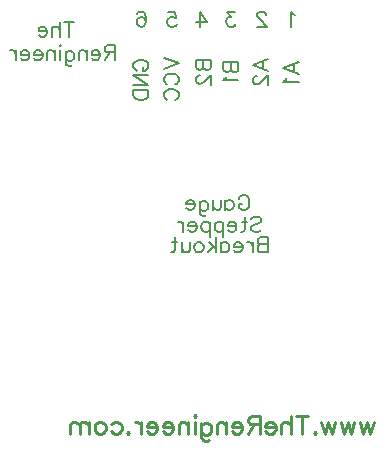
<source format=gbr>
G04 DipTrace 2.3.0.0*
%INBottomSilk.gbr*%
%MOIN*%
%ADD40C,0.0077*%
%ADD41C,0.0093*%
%FSLAX44Y44*%
G04*
G70*
G90*
G75*
G01*
%LNBotSilk*%
%LPD*%
X16547Y18665D2*
D40*
X16499Y18689D1*
X16427Y18760D1*
Y18259D1*
X15585Y18647D2*
Y18671D1*
X15561Y18719D1*
X15537Y18743D1*
X15489Y18767D1*
X15393D1*
X15346Y18743D1*
X15322Y18719D1*
X15298Y18671D1*
Y18624D1*
X15322Y18576D1*
X15370Y18504D1*
X15609Y18265D1*
X15274D1*
X14540Y18767D2*
X14278D1*
X14421Y18576D1*
X14349D1*
X14302Y18552D1*
X14278Y18528D1*
X14253Y18456D1*
Y18409D1*
X14278Y18337D1*
X14325Y18289D1*
X14397Y18265D1*
X14469D1*
X14540Y18289D1*
X14564Y18313D1*
X14588Y18361D1*
X13387Y18265D2*
Y18767D1*
X13626Y18432D1*
X13267D1*
X12329Y18755D2*
X12568D1*
X12592Y18540D1*
X12568Y18564D1*
X12496Y18588D1*
X12425D1*
X12353Y18564D1*
X12305Y18517D1*
X12281Y18445D1*
Y18397D1*
X12305Y18325D1*
X12353Y18277D1*
X12425Y18253D1*
X12496D1*
X12568Y18277D1*
X12592Y18302D1*
X12616Y18349D1*
X11296Y18696D2*
X11319Y18743D1*
X11391Y18767D1*
X11439D1*
X11511Y18743D1*
X11559Y18671D1*
X11583Y18552D1*
Y18432D1*
X11559Y18337D1*
X11511Y18289D1*
X11439Y18265D1*
X11415D1*
X11344Y18289D1*
X11296Y18337D1*
X11272Y18409D1*
Y18432D1*
X11296Y18504D1*
X11344Y18552D1*
X11415Y18576D1*
X11439D1*
X11511Y18552D1*
X11559Y18504D1*
X11583Y18432D1*
X16671Y16698D2*
X16169Y16890D1*
X16671Y17081D1*
X16504Y17009D2*
Y16770D1*
X16265Y16544D2*
X16240Y16496D1*
X16169Y16424D1*
X16671D1*
X15654Y16801D2*
X15152Y16993D1*
X15654Y17184D1*
X15487Y17112D2*
Y16873D1*
X15272Y16622D2*
X15248D1*
X15200Y16599D1*
X15176Y16575D1*
X15152Y16527D1*
Y16431D1*
X15176Y16384D1*
X15200Y16360D1*
X15248Y16336D1*
X15295D1*
X15343Y16360D1*
X15415Y16407D1*
X15654Y16647D1*
Y16312D1*
X14166Y17082D2*
X14669D1*
Y16867D1*
X14644Y16795D1*
X14620Y16771D1*
X14573Y16747D1*
X14501D1*
X14453Y16771D1*
X14429Y16795D1*
X14405Y16867D1*
X14381Y16795D1*
X14357Y16771D1*
X14310Y16747D1*
X14262D1*
X14214Y16771D1*
X14190Y16795D1*
X14166Y16867D1*
Y17082D1*
X14405D2*
Y16867D1*
X14262Y16593D2*
X14238Y16545D1*
X14167Y16473D1*
X14669D1*
X13257Y17150D2*
X13759D1*
Y16934D1*
X13735Y16862D1*
X13711Y16839D1*
X13663Y16815D1*
X13592D1*
X13544Y16839D1*
X13520Y16862D1*
X13496Y16934D1*
X13472Y16862D1*
X13448Y16839D1*
X13400Y16815D1*
X13352D1*
X13305Y16839D1*
X13280Y16862D1*
X13257Y16934D1*
Y17150D1*
X13496D2*
Y16934D1*
X13377Y16636D2*
X13353D1*
X13305Y16612D1*
X13281Y16589D1*
X13257Y16540D1*
Y16445D1*
X13281Y16397D1*
X13305Y16374D1*
X13353Y16349D1*
X13400D1*
X13448Y16374D1*
X13520Y16421D1*
X13759Y16660D1*
Y16325D1*
X12182Y17232D2*
X12684Y17041D1*
X12182Y16850D1*
X12301Y16337D2*
X12253Y16361D1*
X12205Y16409D1*
X12182Y16456D1*
Y16552D1*
X12205Y16600D1*
X12253Y16647D1*
X12301Y16672D1*
X12373Y16696D1*
X12493D1*
X12564Y16672D1*
X12612Y16647D1*
X12660Y16600D1*
X12684Y16552D1*
Y16456D1*
X12660Y16409D1*
X12612Y16361D1*
X12564Y16337D1*
X12301Y15824D2*
X12253Y15847D1*
X12205Y15896D1*
X12182Y15943D1*
Y16039D1*
X12205Y16087D1*
X12253Y16134D1*
X12301Y16159D1*
X12373Y16182D1*
X12493D1*
X12564Y16159D1*
X12612Y16134D1*
X12660Y16087D1*
X12684Y16039D1*
Y15943D1*
X12660Y15896D1*
X12612Y15847D1*
X12564Y15824D1*
X11284Y16798D2*
X11236Y16822D1*
X11188Y16870D1*
X11165Y16917D1*
Y17013D1*
X11188Y17061D1*
X11236Y17109D1*
X11284Y17133D1*
X11356Y17157D1*
X11476D1*
X11547Y17133D1*
X11595Y17109D1*
X11643Y17061D1*
X11667Y17013D1*
Y16917D1*
X11643Y16870D1*
X11595Y16822D1*
X11547Y16798D1*
X11476D1*
Y16917D1*
X11165Y16309D2*
X11667D1*
X11165Y16644D1*
X11667D1*
X11165Y16154D2*
X11667D1*
Y15987D1*
X11643Y15915D1*
X11595Y15867D1*
X11547Y15843D1*
X11476Y15819D1*
X11356D1*
X11284Y15843D1*
X11236Y15867D1*
X11188Y15915D1*
X11165Y15987D1*
Y16154D1*
X14675Y12529D2*
X14699Y12577D1*
X14747Y12625D1*
X14794Y12648D1*
X14890D1*
X14938Y12625D1*
X14986Y12577D1*
X15010Y12529D1*
X15034Y12457D1*
Y12337D1*
X15010Y12266D1*
X14986Y12218D1*
X14938Y12170D1*
X14890Y12146D1*
X14794D1*
X14747Y12170D1*
X14699Y12218D1*
X14675Y12266D1*
Y12337D1*
X14794D1*
X14234Y12481D2*
Y12146D1*
Y12409D2*
X14281Y12457D1*
X14329Y12481D1*
X14401D1*
X14449Y12457D1*
X14496Y12409D1*
X14521Y12337D1*
Y12290D1*
X14496Y12218D1*
X14449Y12170D1*
X14401Y12146D1*
X14329D1*
X14281Y12170D1*
X14234Y12218D1*
X14079Y12481D2*
Y12242D1*
X14056Y12170D1*
X14007Y12146D1*
X13936D1*
X13888Y12170D1*
X13816Y12242D1*
Y12481D2*
Y12146D1*
X13375Y12457D2*
Y12074D1*
X13399Y12003D1*
X13423Y11979D1*
X13471Y11955D1*
X13542D1*
X13590Y11979D1*
X13375Y12385D2*
X13423Y12433D1*
X13471Y12457D1*
X13542D1*
X13590Y12433D1*
X13638Y12385D1*
X13662Y12313D1*
Y12265D1*
X13638Y12194D1*
X13590Y12146D1*
X13542Y12122D1*
X13471D1*
X13423Y12146D1*
X13375Y12194D1*
X13221Y12337D2*
X12934D1*
Y12385D1*
X12958Y12433D1*
X12981Y12457D1*
X13029Y12481D1*
X13101D1*
X13149Y12457D1*
X13197Y12409D1*
X13221Y12337D1*
Y12290D1*
X13197Y12218D1*
X13149Y12170D1*
X13101Y12146D1*
X13029D1*
X12981Y12170D1*
X12934Y12218D1*
X15100Y11860D2*
X15148Y11908D1*
X15220Y11932D1*
X15315D1*
X15387Y11908D1*
X15435Y11860D1*
Y11812D1*
X15411Y11764D1*
X15387Y11740D1*
X15340Y11717D1*
X15196Y11669D1*
X15148Y11645D1*
X15124Y11621D1*
X15100Y11573D1*
Y11501D1*
X15148Y11454D1*
X15220Y11429D1*
X15315D1*
X15387Y11454D1*
X15435Y11501D1*
X14874Y11932D2*
Y11525D1*
X14850Y11454D1*
X14802Y11429D1*
X14755D1*
X14946Y11764D2*
X14779D1*
X14600Y11621D2*
X14314D1*
Y11669D1*
X14337Y11717D1*
X14361Y11740D1*
X14409Y11764D1*
X14481D1*
X14529Y11740D1*
X14577Y11692D1*
X14600Y11621D1*
Y11573D1*
X14577Y11501D1*
X14529Y11454D1*
X14481Y11429D1*
X14409D1*
X14361Y11454D1*
X14314Y11501D1*
X14159Y11764D2*
Y11262D1*
Y11692D2*
X14111Y11740D1*
X14064Y11764D1*
X13992D1*
X13944Y11740D1*
X13896Y11692D1*
X13872Y11621D1*
Y11572D1*
X13896Y11501D1*
X13944Y11453D1*
X13992Y11429D1*
X14064D1*
X14111Y11453D1*
X14159Y11501D1*
X13717Y11764D2*
Y11262D1*
Y11692D2*
X13669Y11740D1*
X13622Y11764D1*
X13550D1*
X13502Y11740D1*
X13454Y11692D1*
X13430Y11621D1*
Y11572D1*
X13454Y11501D1*
X13502Y11453D1*
X13550Y11429D1*
X13622D1*
X13669Y11453D1*
X13717Y11501D1*
X13276Y11621D2*
X12989D1*
Y11669D1*
X13013Y11717D1*
X13036Y11740D1*
X13084Y11764D1*
X13156D1*
X13204Y11740D1*
X13252Y11692D1*
X13276Y11621D1*
Y11573D1*
X13252Y11501D1*
X13204Y11454D1*
X13156Y11429D1*
X13084D1*
X13036Y11454D1*
X12989Y11501D1*
X12834Y11764D2*
Y11429D1*
Y11621D2*
X12810Y11692D1*
X12763Y11740D1*
X12714Y11764D1*
X12643D1*
X15642Y11246D2*
Y10744D1*
X15426D1*
X15354Y10768D1*
X15330Y10792D1*
X15307Y10840D1*
Y10912D1*
X15330Y10960D1*
X15354Y10983D1*
X15426Y11007D1*
X15354Y11031D1*
X15330Y11055D1*
X15307Y11103D1*
Y11151D1*
X15330Y11198D1*
X15354Y11223D1*
X15426Y11246D1*
X15642D1*
Y11007D2*
X15426D1*
X15152Y11079D2*
Y10744D1*
Y10935D2*
X15128Y11007D1*
X15080Y11055D1*
X15032Y11079D1*
X14961D1*
X14806Y10935D2*
X14519D1*
Y10983D1*
X14543Y11031D1*
X14567Y11055D1*
X14615Y11079D1*
X14687D1*
X14734Y11055D1*
X14782Y11007D1*
X14806Y10935D1*
Y10888D1*
X14782Y10816D1*
X14734Y10768D1*
X14687Y10744D1*
X14615D1*
X14567Y10768D1*
X14519Y10816D1*
X14078Y11079D2*
Y10744D1*
Y11007D2*
X14126Y11055D1*
X14174Y11079D1*
X14245D1*
X14293Y11055D1*
X14341Y11007D1*
X14365Y10935D1*
Y10888D1*
X14341Y10816D1*
X14293Y10768D1*
X14245Y10744D1*
X14174D1*
X14126Y10768D1*
X14078Y10816D1*
X13924Y11246D2*
Y10744D1*
X13684Y11079D2*
X13924Y10840D1*
X13828Y10935D2*
X13661Y10744D1*
X13387Y11079D2*
X13434Y11055D1*
X13482Y11007D1*
X13506Y10935D1*
Y10888D1*
X13482Y10816D1*
X13434Y10768D1*
X13387Y10744D1*
X13315D1*
X13267Y10768D1*
X13219Y10816D1*
X13195Y10888D1*
Y10935D1*
X13219Y11007D1*
X13267Y11055D1*
X13315Y11079D1*
X13387D1*
X13041D2*
Y10840D1*
X13017Y10768D1*
X12969Y10744D1*
X12897D1*
X12849Y10768D1*
X12778Y10840D1*
Y11079D2*
Y10744D1*
X12551Y11246D2*
Y10840D1*
X12528Y10768D1*
X12479Y10744D1*
X12432D1*
X12623Y11079D2*
X12456D1*
X10546Y17404D2*
X10331D1*
X10259Y17428D1*
X10235Y17452D1*
X10211Y17499D1*
Y17547D1*
X10235Y17595D1*
X10259Y17619D1*
X10331Y17643D1*
X10546D1*
Y17141D1*
X10379Y17404D2*
X10211Y17141D1*
X10057Y17332D2*
X9770D1*
Y17380D1*
X9794Y17428D1*
X9817Y17452D1*
X9865Y17476D1*
X9937D1*
X9985Y17452D1*
X10033Y17404D1*
X10057Y17332D1*
Y17284D1*
X10033Y17212D1*
X9985Y17165D1*
X9937Y17141D1*
X9865D1*
X9817Y17165D1*
X9770Y17212D1*
X9615Y17476D2*
Y17141D1*
Y17380D2*
X9544Y17452D1*
X9496Y17476D1*
X9424D1*
X9376Y17452D1*
X9352Y17380D1*
Y17141D1*
X8911Y17452D2*
Y17069D1*
X8935Y16997D1*
X8959Y16973D1*
X9007Y16949D1*
X9079D1*
X9126Y16973D1*
X8911Y17380D2*
X8959Y17427D1*
X9007Y17452D1*
X9079D1*
X9126Y17427D1*
X9174Y17380D1*
X9198Y17308D1*
Y17260D1*
X9174Y17189D1*
X9126Y17141D1*
X9079Y17117D1*
X9007D1*
X8959Y17141D1*
X8911Y17189D1*
X8757Y17643D2*
X8733Y17619D1*
X8709Y17643D1*
X8733Y17667D1*
X8757Y17643D1*
X8733Y17476D2*
Y17141D1*
X8554Y17476D2*
Y17141D1*
Y17380D2*
X8482Y17452D1*
X8434Y17476D1*
X8363D1*
X8315Y17452D1*
X8291Y17380D1*
Y17141D1*
X8137Y17332D2*
X7850D1*
Y17380D1*
X7874Y17428D1*
X7897Y17452D1*
X7946Y17476D1*
X8017D1*
X8065Y17452D1*
X8113Y17404D1*
X8137Y17332D1*
Y17284D1*
X8113Y17212D1*
X8065Y17165D1*
X8017Y17141D1*
X7946D1*
X7897Y17165D1*
X7850Y17212D1*
X7696Y17332D2*
X7409D1*
Y17380D1*
X7432Y17428D1*
X7456Y17452D1*
X7504Y17476D1*
X7576D1*
X7624Y17452D1*
X7672Y17404D1*
X7696Y17332D1*
Y17284D1*
X7672Y17212D1*
X7624Y17165D1*
X7576Y17141D1*
X7504D1*
X7456Y17165D1*
X7409Y17212D1*
X7254Y17476D2*
Y17141D1*
Y17332D2*
X7230Y17404D1*
X7182Y17452D1*
X7134Y17476D1*
X7063D1*
X9029Y18427D2*
Y17924D1*
X9197Y18427D2*
X8862D1*
X8708D2*
Y17924D1*
Y18164D2*
X8636Y18236D1*
X8588Y18259D1*
X8516D1*
X8468Y18236D1*
X8444Y18164D1*
Y17924D1*
X8290Y18116D2*
X8003D1*
Y18164D1*
X8027Y18212D1*
X8051Y18236D1*
X8099Y18259D1*
X8171D1*
X8218Y18236D1*
X8266Y18188D1*
X8290Y18116D1*
Y18068D1*
X8266Y17996D1*
X8218Y17949D1*
X8171Y17924D1*
X8099D1*
X8051Y17949D1*
X8003Y17996D1*
X19177Y5090D2*
D41*
X19062Y4688D1*
X18947Y5090D1*
X18833Y4688D1*
X18718Y5090D1*
X18533D2*
X18418Y4688D1*
X18303Y5090D1*
X18188Y4688D1*
X18074Y5090D1*
X17888D2*
X17774Y4688D1*
X17659Y5090D1*
X17544Y4688D1*
X17429Y5090D1*
X17216Y4746D2*
X17244Y4717D1*
X17216Y4688D1*
X17186Y4717D1*
X17216Y4746D1*
X16800Y5291D2*
Y4688D1*
X17001Y5291D2*
X16599D1*
X16414D2*
Y4688D1*
Y4976D2*
X16328Y5062D1*
X16270Y5090D1*
X16184D1*
X16127Y5062D1*
X16098Y4976D1*
Y4688D1*
X15913Y4918D2*
X15569D1*
Y4976D1*
X15597Y5033D1*
X15626Y5062D1*
X15684Y5090D1*
X15770D1*
X15827Y5062D1*
X15884Y5004D1*
X15913Y4918D1*
Y4861D1*
X15884Y4775D1*
X15827Y4718D1*
X15770Y4688D1*
X15684D1*
X15626Y4718D1*
X15569Y4775D1*
X15384Y5004D2*
X15126D1*
X15039Y5033D1*
X15010Y5062D1*
X14982Y5119D1*
Y5177D1*
X15010Y5234D1*
X15039Y5263D1*
X15126Y5291D1*
X15384D1*
Y4688D1*
X15183Y5004D2*
X14982Y4688D1*
X14796Y4918D2*
X14452D1*
Y4976D1*
X14481Y5033D1*
X14509Y5062D1*
X14567Y5090D1*
X14653D1*
X14710Y5062D1*
X14768Y5004D1*
X14796Y4918D1*
Y4861D1*
X14768Y4775D1*
X14710Y4718D1*
X14653Y4688D1*
X14567D1*
X14509Y4718D1*
X14452Y4775D1*
X14267Y5090D2*
Y4688D1*
Y4976D2*
X14181Y5062D1*
X14123Y5090D1*
X14037D1*
X13980Y5062D1*
X13951Y4976D1*
Y4688D1*
X13422Y5062D2*
Y4602D1*
X13450Y4517D1*
X13479Y4487D1*
X13536Y4459D1*
X13623D1*
X13680Y4487D1*
X13422Y4976D2*
X13479Y5033D1*
X13536Y5062D1*
X13623D1*
X13680Y5033D1*
X13737Y4976D1*
X13766Y4889D1*
Y4832D1*
X13737Y4746D1*
X13680Y4688D1*
X13623Y4660D1*
X13536D1*
X13479Y4688D1*
X13422Y4746D1*
X13236Y5291D2*
X13208Y5263D1*
X13179Y5291D1*
X13208Y5320D1*
X13236Y5291D1*
X13208Y5090D2*
Y4688D1*
X12993Y5090D2*
Y4688D1*
Y4976D2*
X12907Y5062D1*
X12849Y5090D1*
X12764D1*
X12706Y5062D1*
X12678Y4976D1*
Y4688D1*
X12492Y4918D2*
X12148D1*
Y4976D1*
X12177Y5033D1*
X12205Y5062D1*
X12263Y5090D1*
X12349D1*
X12406Y5062D1*
X12464Y5004D1*
X12492Y4918D1*
Y4861D1*
X12464Y4775D1*
X12406Y4718D1*
X12349Y4688D1*
X12263D1*
X12205Y4718D1*
X12148Y4775D1*
X11963Y4918D2*
X11619D1*
Y4976D1*
X11647Y5033D1*
X11676Y5062D1*
X11733Y5090D1*
X11820D1*
X11877Y5062D1*
X11934Y5004D1*
X11963Y4918D1*
Y4861D1*
X11934Y4775D1*
X11877Y4718D1*
X11820Y4688D1*
X11733D1*
X11676Y4718D1*
X11619Y4775D1*
X11433Y5090D2*
Y4688D1*
Y4918D2*
X11404Y5004D1*
X11347Y5062D1*
X11290Y5090D1*
X11203D1*
X10990Y4746D2*
X11018Y4717D1*
X10990Y4688D1*
X10960Y4717D1*
X10990Y4746D1*
X10430Y5004D2*
X10488Y5062D1*
X10546Y5090D1*
X10631D1*
X10689Y5062D1*
X10746Y5004D1*
X10775Y4918D1*
Y4861D1*
X10746Y4775D1*
X10689Y4718D1*
X10631Y4688D1*
X10546D1*
X10488Y4718D1*
X10430Y4775D1*
X10102Y5090D2*
X10159Y5062D1*
X10216Y5004D1*
X10245Y4918D1*
Y4861D1*
X10216Y4775D1*
X10159Y4718D1*
X10102Y4688D1*
X10015D1*
X9958Y4718D1*
X9901Y4775D1*
X9872Y4861D1*
Y4918D1*
X9901Y5004D1*
X9958Y5062D1*
X10015Y5090D1*
X10102D1*
X9686D2*
Y4688D1*
Y4976D2*
X9600Y5062D1*
X9542Y5090D1*
X9457D1*
X9399Y5062D1*
X9371Y4976D1*
Y4688D1*
Y4976D2*
X9284Y5062D1*
X9227Y5090D1*
X9141D1*
X9083Y5062D1*
X9054Y4976D1*
Y4688D1*
M02*

</source>
